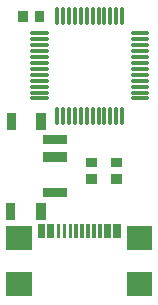
<source format=gbp>
G04 Layer: BottomPasteMaskLayer*
G04 EasyEDA v6.5.1, 2022-03-29 23:29:47*
G04 6fa140fc38934b6497cce4c8c0035c65,6efad7caf7c64316809b4ed48508c700,10*
G04 Gerber Generator version 0.2*
G04 Scale: 100 percent, Rotated: No, Reflected: No *
G04 Dimensions in millimeters *
G04 leading zeros omitted , absolute positions ,4 integer and 5 decimal *
%FSLAX45Y45*%
%MOMM*%

%ADD52C,0.3000*%

%LPD*%
D52*
X8430305Y-6332905D02*
G01*
X8550305Y-6332905D01*
X8430305Y-6282893D02*
G01*
X8550305Y-6282893D01*
X8430305Y-6232905D02*
G01*
X8550305Y-6232905D01*
X8430305Y-6182893D02*
G01*
X8550305Y-6182893D01*
X8430305Y-6132906D02*
G01*
X8550305Y-6132906D01*
X8430305Y-6082893D02*
G01*
X8550305Y-6082893D01*
X8430305Y-6032906D02*
G01*
X8550305Y-6032906D01*
X8430305Y-5982893D02*
G01*
X8550305Y-5982893D01*
X8430305Y-5932906D02*
G01*
X8550305Y-5932906D01*
X8430305Y-5882894D02*
G01*
X8550305Y-5882894D01*
X8430305Y-5832906D02*
G01*
X8550305Y-5832906D01*
X8430305Y-5782894D02*
G01*
X8550305Y-5782894D01*
X8640292Y-5692907D02*
G01*
X8640292Y-5572907D01*
X8690305Y-5692907D02*
G01*
X8690305Y-5572907D01*
X8740292Y-5692907D02*
G01*
X8740292Y-5572907D01*
X8790304Y-5692907D02*
G01*
X8790304Y-5572907D01*
X8840292Y-5692907D02*
G01*
X8840292Y-5572907D01*
X8890304Y-5692907D02*
G01*
X8890304Y-5572907D01*
X8940291Y-5692907D02*
G01*
X8940291Y-5572907D01*
X8990304Y-5692907D02*
G01*
X8990304Y-5572907D01*
X9040291Y-5692907D02*
G01*
X9040291Y-5572907D01*
X9090304Y-5692907D02*
G01*
X9090304Y-5572907D01*
X9140291Y-5692907D02*
G01*
X9140291Y-5572907D01*
X9190304Y-5692907D02*
G01*
X9190304Y-5572907D01*
X9280291Y-5782894D02*
G01*
X9400291Y-5782894D01*
X9280291Y-5832906D02*
G01*
X9400291Y-5832906D01*
X9280291Y-5882894D02*
G01*
X9400291Y-5882894D01*
X9280291Y-5932906D02*
G01*
X9400291Y-5932906D01*
X9280291Y-5982893D02*
G01*
X9400291Y-5982893D01*
X9280291Y-6032906D02*
G01*
X9400291Y-6032906D01*
X9280291Y-6082893D02*
G01*
X9400291Y-6082893D01*
X9280291Y-6132906D02*
G01*
X9400291Y-6132906D01*
X9280291Y-6182893D02*
G01*
X9400291Y-6182893D01*
X9280291Y-6232905D02*
G01*
X9400291Y-6232905D01*
X9280291Y-6282893D02*
G01*
X9400291Y-6282893D01*
X9280291Y-6332905D02*
G01*
X9400291Y-6332905D01*
X9190304Y-6542892D02*
G01*
X9190304Y-6422892D01*
X9140291Y-6542892D02*
G01*
X9140291Y-6422892D01*
X9090304Y-6542892D02*
G01*
X9090304Y-6422892D01*
X9040291Y-6542892D02*
G01*
X9040291Y-6422892D01*
X8990304Y-6542892D02*
G01*
X8990304Y-6422892D01*
X8940291Y-6542892D02*
G01*
X8940291Y-6422892D01*
X8890304Y-6542892D02*
G01*
X8890304Y-6422892D01*
X8840292Y-6542892D02*
G01*
X8840292Y-6422892D01*
X8790304Y-6542892D02*
G01*
X8790304Y-6422892D01*
X8740292Y-6542892D02*
G01*
X8740292Y-6422892D01*
X8690305Y-6542892D02*
G01*
X8690305Y-6422892D01*
X8640292Y-6542892D02*
G01*
X8640292Y-6422892D01*
G36*
X9098998Y-6836900D02*
G01*
X9098998Y-6916900D01*
X9189001Y-6916900D01*
X9189001Y-6836900D01*
G37*
G36*
X9098998Y-6976899D02*
G01*
X9098998Y-7056899D01*
X9189001Y-7056899D01*
X9189001Y-6976899D01*
G37*
G36*
X8390100Y-5593798D02*
G01*
X8310100Y-5593798D01*
X8310100Y-5683801D01*
X8390100Y-5683801D01*
G37*
G36*
X8530099Y-5593798D02*
G01*
X8450099Y-5593798D01*
X8450099Y-5683801D01*
X8530099Y-5683801D01*
G37*
G36*
X8883098Y-6836900D02*
G01*
X8883098Y-6916900D01*
X8973101Y-6916900D01*
X8973101Y-6836900D01*
G37*
G36*
X8883098Y-6976899D02*
G01*
X8883098Y-7056899D01*
X8973101Y-7056899D01*
X8973101Y-6976899D01*
G37*
G36*
X8424397Y-7412400D02*
G01*
X8206399Y-7412400D01*
X8206399Y-7612400D01*
X8424397Y-7612400D01*
G37*
G36*
X9446397Y-7412398D02*
G01*
X9228399Y-7412398D01*
X9228399Y-7612400D01*
X9446397Y-7612400D01*
G37*
G36*
X8424397Y-7805394D02*
G01*
X8206399Y-7805394D01*
X8206399Y-8005396D01*
X8424397Y-8005396D01*
G37*
G36*
X9446399Y-7805404D02*
G01*
X9228399Y-7805404D01*
X9228399Y-8005399D01*
X9446399Y-8005399D01*
G37*
G36*
X9176397Y-7397399D02*
G01*
X9116397Y-7397399D01*
X9116397Y-7512400D01*
X9176397Y-7512400D01*
G37*
G36*
X9096397Y-7397399D02*
G01*
X9036397Y-7397399D01*
X9036397Y-7512400D01*
X9096397Y-7512400D01*
G37*
G36*
X8616398Y-7397399D02*
G01*
X8556398Y-7397399D01*
X8556398Y-7512400D01*
X8616398Y-7512400D01*
G37*
G36*
X8536398Y-7397399D02*
G01*
X8476399Y-7397399D01*
X8476399Y-7512400D01*
X8536398Y-7512400D01*
G37*
G36*
X8666398Y-7397402D02*
G01*
X8636396Y-7397402D01*
X8636396Y-7512400D01*
X8666398Y-7512400D01*
G37*
G36*
X8966400Y-7397399D02*
G01*
X8936398Y-7397399D01*
X8936398Y-7512400D01*
X8966400Y-7512400D01*
G37*
G36*
X8716398Y-7397399D02*
G01*
X8686396Y-7397399D01*
X8686396Y-7512400D01*
X8716398Y-7512400D01*
G37*
G36*
X9016400Y-7397399D02*
G01*
X8986398Y-7397399D01*
X8986398Y-7512400D01*
X9016400Y-7512400D01*
G37*
G36*
X8916400Y-7397399D02*
G01*
X8886398Y-7397399D01*
X8886398Y-7512400D01*
X8916400Y-7512400D01*
G37*
G36*
X8766398Y-7397399D02*
G01*
X8736396Y-7397399D01*
X8736396Y-7512400D01*
X8766398Y-7512400D01*
G37*
G36*
X8866400Y-7397399D02*
G01*
X8836398Y-7397399D01*
X8836398Y-7512400D01*
X8866400Y-7512400D01*
G37*
G36*
X8816398Y-7397399D02*
G01*
X8786395Y-7397399D01*
X8786395Y-7512400D01*
X8816398Y-7512400D01*
G37*
G36*
X8722512Y-7169835D02*
G01*
X8722512Y-7089825D01*
X8522512Y-7089825D01*
X8522512Y-7169835D01*
G37*
G36*
X8722512Y-6869836D02*
G01*
X8722512Y-6789826D01*
X8522512Y-6789826D01*
X8522512Y-6869836D01*
G37*
G36*
X8722512Y-6719849D02*
G01*
X8722512Y-6639839D01*
X8522512Y-6639839D01*
X8522512Y-6719849D01*
G37*
G36*
X8461527Y-7358227D02*
G01*
X8541537Y-7358227D01*
X8541537Y-7218222D01*
X8461527Y-7218222D01*
G37*
G36*
X8462390Y-6599885D02*
G01*
X8542400Y-6599885D01*
X8542400Y-6459880D01*
X8462390Y-6459880D01*
G37*
G36*
X8211464Y-6598665D02*
G01*
X8291474Y-6598665D01*
X8291474Y-6458661D01*
X8211464Y-6458661D01*
G37*
G36*
X8202879Y-7359142D02*
G01*
X8282889Y-7359142D01*
X8282889Y-7219137D01*
X8202879Y-7219137D01*
G37*
M02*

</source>
